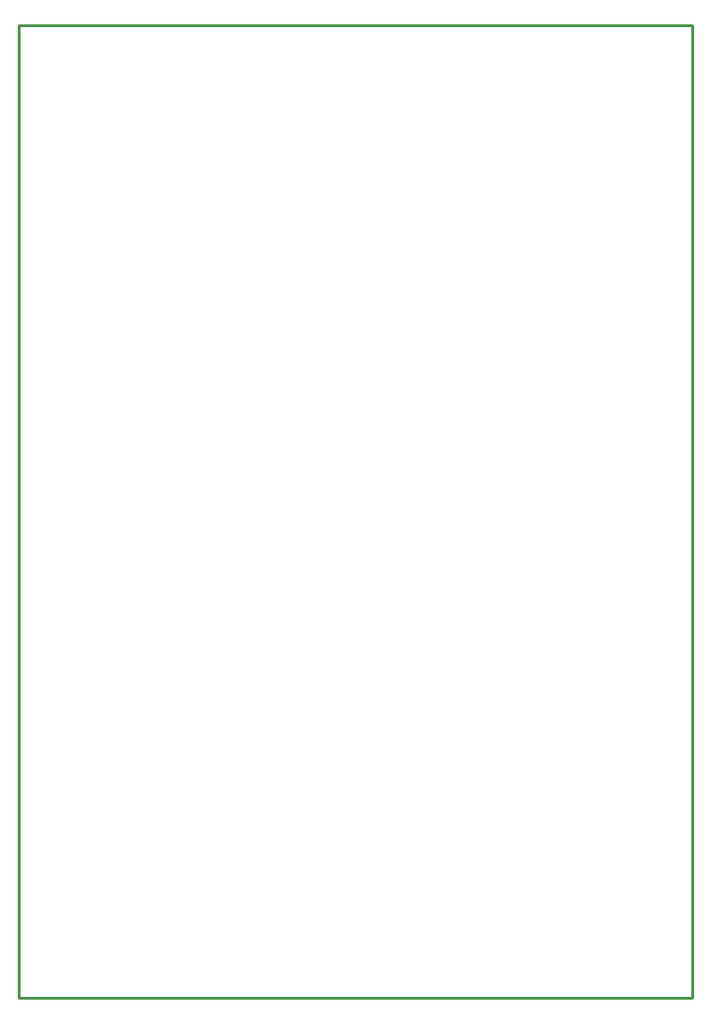
<source format=gko>
G04 Layer: BoardOutlineLayer*
G04 EasyEDA v6.5.47, 2024-10-16 20:22:33*
G04 9ae9750504c14924853e95ef229aeab1,24ffd69d1a984b0ba209c2ef933deaa4,10*
G04 Gerber Generator version 0.2*
G04 Scale: 100 percent, Rotated: No, Reflected: No *
G04 Dimensions in millimeters *
G04 leading zeros omitted , absolute positions ,4 integer and 5 decimal *
%FSLAX45Y45*%
%MOMM*%

%ADD10C,0.2540*%
D10*
X1999995Y5199887D02*
G01*
X1999995Y-3599942D01*
X8100059Y-3599942D01*
X8100059Y5199887D01*
X1999995Y5199887D01*

%LPD*%
M02*

</source>
